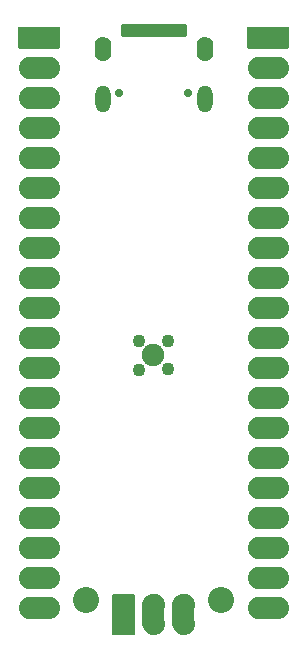
<source format=gbr>
G04 #@! TF.GenerationSoftware,KiCad,Pcbnew,5.1.12-84ad8e8a86~92~ubuntu18.04.1*
G04 #@! TF.CreationDate,2023-05-05T14:43:28+03:00*
G04 #@! TF.ProjectId,RP2040-PICO30_Rev_A,52503230-3430-42d5-9049-434f33305f52,A*
G04 #@! TF.SameCoordinates,Original*
G04 #@! TF.FileFunction,Soldermask,Bot*
G04 #@! TF.FilePolarity,Negative*
%FSLAX46Y46*%
G04 Gerber Fmt 4.6, Leading zero omitted, Abs format (unit mm)*
G04 Created by KiCad (PCBNEW 5.1.12-84ad8e8a86~92~ubuntu18.04.1) date 2023-05-05 14:43:28*
%MOMM*%
%LPD*%
G01*
G04 APERTURE LIST*
%ADD10C,1.879600*%
%ADD11C,1.101600*%
%ADD12C,1.901600*%
%ADD13C,1.879600*%
%ADD14O,1.301600X2.301600*%
%ADD15C,0.701600*%
%ADD16O,1.401600X2.101600*%
%ADD17C,2.201600*%
%ADD18C,0.254000*%
%ADD19C,0.100000*%
G04 APERTURE END LIST*
D10*
X159392620Y-68409820D02*
X160987740Y-68409820D01*
X159392620Y-70949820D02*
X160987740Y-70949820D01*
X159392620Y-73489820D02*
X160987740Y-73489820D01*
X159392620Y-76029820D02*
X160987740Y-76029820D01*
X159392620Y-78569820D02*
X160987740Y-78569820D01*
X159392620Y-81109820D02*
X160987740Y-81109820D01*
X159392620Y-83649820D02*
X160987740Y-83649820D01*
X159392620Y-86189820D02*
X160987740Y-86189820D01*
X159392620Y-88729820D02*
X160987740Y-88729820D01*
X159392620Y-91269820D02*
X160987740Y-91269820D01*
X159392620Y-93809820D02*
X160987740Y-93809820D01*
X159392620Y-96349820D02*
X160987740Y-96349820D01*
X159392620Y-98889820D02*
X160987740Y-98889820D01*
X159392620Y-101429820D02*
X160987740Y-101429820D01*
X159392620Y-103969820D02*
X160987740Y-103969820D01*
X159392620Y-106509820D02*
X160987740Y-106509820D01*
X159392620Y-109049820D02*
X160987740Y-109049820D01*
X159392620Y-111589820D02*
X160987740Y-111589820D01*
X159392620Y-114129820D02*
X160987740Y-114129820D01*
X141605000Y-68409820D02*
X140004800Y-68409820D01*
X141605000Y-70949820D02*
X140004800Y-70949820D01*
X141605000Y-73489820D02*
X140004800Y-73489820D01*
X141605000Y-76029820D02*
X140004800Y-76029820D01*
X141605000Y-78569820D02*
X140004800Y-78569820D01*
X141605000Y-81109820D02*
X140004800Y-81109820D01*
X141605000Y-83649820D02*
X140004800Y-83649820D01*
X141605000Y-86189820D02*
X140004800Y-86189820D01*
X141605000Y-88729820D02*
X140004800Y-88729820D01*
X141605000Y-91269820D02*
X140004800Y-91269820D01*
X141605000Y-93809820D02*
X140004800Y-93809820D01*
X141605000Y-96349820D02*
X140004800Y-96349820D01*
X141605000Y-98889820D02*
X140004800Y-98889820D01*
X141605000Y-101429820D02*
X140004800Y-101429820D01*
X141605000Y-103969820D02*
X140004800Y-103969820D01*
X141605000Y-106509820D02*
X140004800Y-106509820D01*
X141605000Y-109049820D02*
X140004800Y-109049820D01*
X141605000Y-111589820D02*
X140004800Y-111589820D01*
X141605000Y-114122200D02*
X140004800Y-114122200D01*
X150495000Y-113919000D02*
X150495000Y-115443000D01*
X153035000Y-113919000D02*
X153035000Y-115443000D01*
D11*
X151695000Y-93910000D03*
X149295000Y-93980000D03*
D12*
X150495000Y-92710000D03*
D11*
X151695000Y-91510000D03*
X149295000Y-91510000D03*
D13*
X141610000Y-73490000D03*
X141610000Y-70950000D03*
X141610000Y-68410000D03*
G36*
G01*
X140721000Y-64930200D02*
X142499000Y-64930200D01*
G75*
G02*
X142549800Y-64981000I0J-50800D01*
G01*
X142549800Y-66759000D01*
G75*
G02*
X142499000Y-66809800I-50800J0D01*
G01*
X140721000Y-66809800D01*
G75*
G02*
X140670200Y-66759000I0J50800D01*
G01*
X140670200Y-64981000D01*
G75*
G02*
X140721000Y-64930200I50800J0D01*
G01*
G37*
X141610000Y-76030000D03*
X141610000Y-78570000D03*
X141610000Y-83650000D03*
X141610000Y-81110000D03*
X141610000Y-86190000D03*
X141610000Y-88730000D03*
X141610000Y-93810000D03*
X141610000Y-91270000D03*
X141610000Y-96350000D03*
X141610000Y-98890000D03*
X141610000Y-103970000D03*
X141610000Y-101430000D03*
X141610000Y-111590000D03*
X141610000Y-114130000D03*
X141610000Y-109050000D03*
X141610000Y-106510000D03*
X159390000Y-73490000D03*
X159390000Y-70950000D03*
X159390000Y-68410000D03*
G36*
G01*
X158501000Y-64930200D02*
X160279000Y-64930200D01*
G75*
G02*
X160329800Y-64981000I0J-50800D01*
G01*
X160329800Y-66759000D01*
G75*
G02*
X160279000Y-66809800I-50800J0D01*
G01*
X158501000Y-66809800D01*
G75*
G02*
X158450200Y-66759000I0J50800D01*
G01*
X158450200Y-64981000D01*
G75*
G02*
X158501000Y-64930200I50800J0D01*
G01*
G37*
X159390000Y-76030000D03*
X159390000Y-78570000D03*
X159390000Y-83650000D03*
X159390000Y-81110000D03*
X159390000Y-86190000D03*
X159390000Y-88730000D03*
X159390000Y-93810000D03*
X159390000Y-91270000D03*
X159390000Y-96350000D03*
X159390000Y-98890000D03*
X159390000Y-103970000D03*
X159390000Y-101430000D03*
X159390000Y-111590000D03*
X159390000Y-114130000D03*
X159390000Y-109050000D03*
X159390000Y-106510000D03*
G36*
G01*
X147020200Y-114789000D02*
X147020200Y-113011000D01*
G75*
G02*
X147071000Y-112960200I50800J0D01*
G01*
X148849000Y-112960200D01*
G75*
G02*
X148899800Y-113011000I0J-50800D01*
G01*
X148899800Y-114789000D01*
G75*
G02*
X148849000Y-114839800I-50800J0D01*
G01*
X147071000Y-114839800D01*
G75*
G02*
X147020200Y-114789000I0J50800D01*
G01*
G37*
X150500000Y-113900000D03*
X153040000Y-113900000D03*
X153040000Y-115500000D03*
X150500000Y-115500000D03*
G36*
G01*
X147020200Y-116389000D02*
X147020200Y-114611000D01*
G75*
G02*
X147071000Y-114560200I50800J0D01*
G01*
X148849000Y-114560200D01*
G75*
G02*
X148899800Y-114611000I0J-50800D01*
G01*
X148899800Y-116389000D01*
G75*
G02*
X148849000Y-116439800I-50800J0D01*
G01*
X147071000Y-116439800D01*
G75*
G02*
X147020200Y-116389000I0J50800D01*
G01*
G37*
X140000000Y-106510000D03*
X140000000Y-109050000D03*
X140000000Y-114130000D03*
X140000000Y-111590000D03*
X140000000Y-101430000D03*
X140000000Y-103970000D03*
X140000000Y-98890000D03*
X140000000Y-96350000D03*
X140000000Y-91270000D03*
X140000000Y-93810000D03*
X140000000Y-88730000D03*
X140000000Y-86190000D03*
X140000000Y-81110000D03*
X140000000Y-83650000D03*
X140000000Y-78570000D03*
X140000000Y-76030000D03*
G36*
G01*
X139111000Y-64930200D02*
X140889000Y-64930200D01*
G75*
G02*
X140939800Y-64981000I0J-50800D01*
G01*
X140939800Y-66759000D01*
G75*
G02*
X140889000Y-66809800I-50800J0D01*
G01*
X139111000Y-66809800D01*
G75*
G02*
X139060200Y-66759000I0J50800D01*
G01*
X139060200Y-64981000D01*
G75*
G02*
X139111000Y-64930200I50800J0D01*
G01*
G37*
X140000000Y-68410000D03*
X140000000Y-70950000D03*
X140000000Y-73490000D03*
X161000000Y-73490000D03*
X161000000Y-70950000D03*
X161000000Y-68410000D03*
G36*
G01*
X160111000Y-64930200D02*
X161889000Y-64930200D01*
G75*
G02*
X161939800Y-64981000I0J-50800D01*
G01*
X161939800Y-66759000D01*
G75*
G02*
X161889000Y-66809800I-50800J0D01*
G01*
X160111000Y-66809800D01*
G75*
G02*
X160060200Y-66759000I0J50800D01*
G01*
X160060200Y-64981000D01*
G75*
G02*
X160111000Y-64930200I50800J0D01*
G01*
G37*
X161000000Y-76030000D03*
X161000000Y-78570000D03*
X161000000Y-83650000D03*
X161000000Y-81110000D03*
X161000000Y-86190000D03*
X161000000Y-88730000D03*
X161000000Y-93810000D03*
X161000000Y-91270000D03*
X161000000Y-96350000D03*
X161000000Y-98890000D03*
X161000000Y-103970000D03*
X161000000Y-101430000D03*
X161000000Y-111590000D03*
X161000000Y-114130000D03*
X161000000Y-109050000D03*
X161000000Y-106510000D03*
D14*
X154820000Y-71030000D03*
D15*
X153390000Y-70530000D03*
D16*
X154820000Y-66850000D03*
X146180000Y-66850000D03*
D14*
X146180000Y-71030000D03*
D15*
X147610000Y-70530000D03*
D17*
X144800000Y-113500000D03*
X156200000Y-113500000D03*
D18*
X153162000Y-65659000D02*
X147828000Y-65659000D01*
X147828000Y-64770000D01*
X153162000Y-64770000D01*
X153162000Y-65659000D01*
D19*
G36*
X153162000Y-65659000D02*
G01*
X147828000Y-65659000D01*
X147828000Y-64770000D01*
X153162000Y-64770000D01*
X153162000Y-65659000D01*
G37*
M02*

</source>
